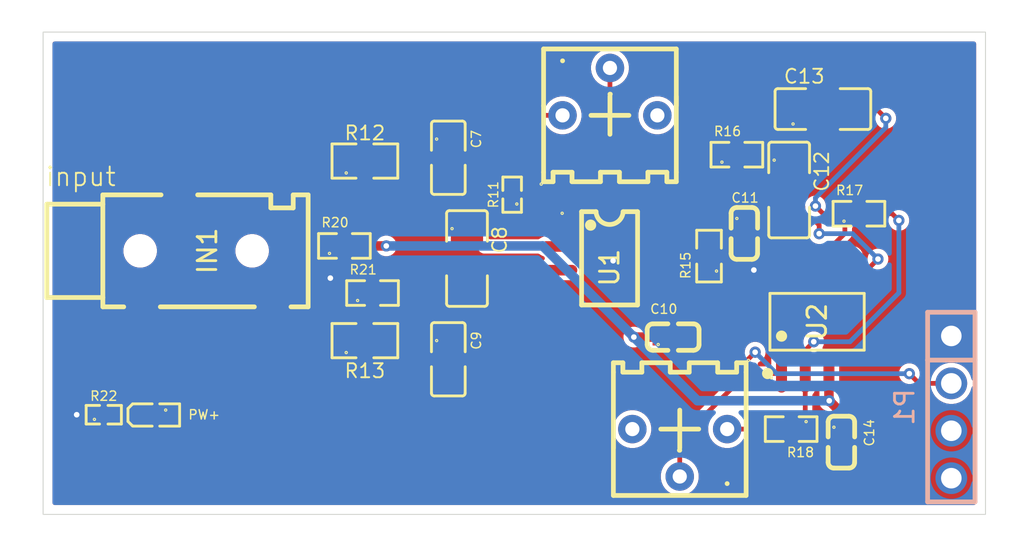
<source format=kicad_pcb>
(kicad_pcb (version 20241229) (generator "pcbnew") (generator_version "9.0")
  (layers (0 "F.Cu" signal) (2 "B.Cu" signal) (13 "F.Paste" user) (15 "B.Paste" user) (5 "F.SilkS" user "F.Silkscreen") (7 "B.SilkS" user "B.Silkscreen") (1 "F.Mask" user) (3 "B.Mask" user) (25 "Edge.Cuts" user))
  (net 0 "")
  (net 1 "Net-(IN1-Pad3)")
  (net 2 "Net-(IN1-Pad2)")
  (net 3 "gnd")
  (net 4 "Net-(U1--IN)")
  (net 5 "Net-(U1-+IN)")
  (net 6 "Net-(U2A-IN2+)")
  (net 7 "Net-(U2A-IN2-)")
  (net 8 "Net-(U2B-OUT1)")
  (net 9 "Net-(U1--RG)")
  (net 10 "v+")
  (net 11 "Net-(U1-+RG)")
  (net 12 "Net-(U1-OUTPUT)")
  (net 13 "Net-(U2B-IN1-)")
  (net 14 "Net-(R11-Pad2)")
  (net 16 "Net-(C13-Pad1)")
  (net 17 "Net-(R18-Pad2)")
  (net 19 "vcc{slash}2")
  (net 20 "Net-(D1-A)")
  (footprint "footprints_jlc:R0603" (layer "F.Cu") (at 37.603268 31.42639)
    (property "Reference" "R20" (at -0.5 -1.25 0) (layer "F.SilkS") (effects (font (size 0.5 0.5) (thickness 0.075))))
    (property "Value" "10k")
    (fp_line (start -1.38509 -0.660605) (end -0.426213 -0.660605) (stroke (width 0.1524)) (layer "F.SilkS"))
    (fp_line (start -1.38509 0.660605) (end -1.38509 -0.660605) (stroke (width 0.1524)) (layer "F.SilkS"))
    (fp_line (start -0.426213 0.660605) (end -1.38509 0.660605) (stroke (width 0.1524)) (layer "F.SilkS"))
    (fp_line (start 0.426213 0.660605) (end 1.38509 0.660605) (stroke (width 0.1524)) (layer "F.SilkS"))
    (fp_line (start 1.38509 -0.660605) (end 0.426213 -0.660605) (stroke (width 0.1524)) (layer "F.SilkS"))
    (fp_line (start 1.38509 0.660605) (end 1.38509 -0.660605) (stroke (width 0.1524)) (layer "F.SilkS"))
    (fp_circle (center -0.800102 0.400051) (end -0.77013 0.400051) (stroke (width 0.059995)) (fill no) (layer "F.SilkS"))
    (pad "1" smd rect (at -0.753366 0) (size 0.806477 0.864008) (layers "F.Cu" "F.Mask" "F.Paste") (net 10 "v+"))
    (pad "2" smd rect (at 0.753366 0) (size 0.806477 0.864008) (layers "F.Cu" "F.Mask" "F.Paste") (net 19 "vcc{slash}2"))
  )
  (footprint "footprints_jlc:SOIC-8_L5.0-W4.0-P1.27-LS6.0-BL" (layer "F.Cu") (at 51.81 32.09 -90)
    (property "Reference" "U1" (at 0.5 0 90) (layer "F.SilkS"))
    (property "Value" "AD623ARZ-R7")
    (fp_line (start -2.5 1.5) (end 2.5 1.5) (stroke (width 0.254001)) (layer "F.SilkS"))
    (fp_line (start -2.5 1.5) (end -2.5 0.726568) (stroke (width 0.254001)) (layer "F.SilkS"))
    (fp_line (start -2.5 -1.5) (end -2.5 -0.726289) (stroke (width 0.254001)) (layer "F.SilkS"))
    (fp_line (start -2.5 -1.5) (end 2.5 -1.5) (stroke (width 0.254001)) (layer "F.SilkS"))
    (fp_line (start 2.5 -1.5) (end 2.5 1.5) (stroke (width 0.254001)) (layer "F.SilkS"))
    (fp_arc (start -2.495098 -0.726289) (mid -1.812145 0.002452) (end -2.499999 0.726568) (stroke (width 0.254001)) (layer "F.SilkS"))
    (fp_circle (center -2.413005 2.540005) (end -2.383033 2.540005) (stroke (width 0.059995)) (fill no) (layer "F.SilkS"))
    (fp_circle (center -1.778004 1.016002) (end -1.627889 1.016002) (stroke (width 0.3)) (fill no) (layer "F.SilkS"))
    (pad "1" smd oval (at -1.905004 2.705105 270) (size 0.568402 1.950216) (layers "F.Cu" "F.Mask" "F.Paste") (net 9 "Net-(U1--RG)"))
    (pad "2" smd oval (at -0.635001 2.705105 270) (size 0.568402 1.950216) (layers "F.Cu" "F.Mask" "F.Paste") (net 4 "Net-(U1--IN)"))
    (pad "3" smd oval (at 0.635001 2.705105 270) (size 0.568402 1.950216) (layers "F.Cu" "F.Mask" "F.Paste") (net 5 "Net-(U1-+IN)"))
    (pad "4" smd oval (at 1.905004 2.705105 270) (size 0.568402 1.950216) (layers "F.Cu" "F.Mask" "F.Paste") (net 3 "gnd"))
    (pad "5" smd oval (at 1.905004 -2.705105 270) (size 0.568402 1.950216) (layers "F.Cu" "F.Mask" "F.Paste") (net 19 "vcc{slash}2"))
    (pad "6" smd oval (at 0.635001 -2.705105 270) (size 0.568402 1.950216) (layers "F.Cu" "F.Mask" "F.Paste") (net 12 "Net-(U1-OUTPUT)"))
    (pad "7" smd oval (at -0.635001 -2.705105 270) (size 0.568402 1.950216) (layers "F.Cu" "F.Mask" "F.Paste") (net 10 "v+"))
    (pad "8" smd oval (at -1.905004 -2.705105 270) (size 0.568402 1.950216) (layers "F.Cu" "F.Mask" "F.Paste") (net 11 "Net-(U1-+RG)"))
  )
  (footprint "footprints_jlc:C1206" (layer "F.Cu") (at 44.17 32.099998 -90)
    (property "Reference" "C8" (at -1 -1.75 90) (layer "F.SilkS") (effects (font (size 0.75 0.75) (thickness 0.1))))
    (property "Value" "47n")
    (fp_line (start -0.926213 1.092609) (end -2.411201 1.092609) (stroke (width 0.1524)) (layer "F.SilkS"))
    (fp_line (start 0.926213 1.092609) (end 2.411201 1.092609) (stroke (width 0.1524)) (layer "F.SilkS"))
    (fp_line (start -2.563602 0.940208) (end -2.563602 -0.940208) (stroke (width 0.1524)) (layer "F.SilkS"))
    (fp_line (start 2.563602 0.940208) (end 2.563602 -0.940208) (stroke (width 0.1524)) (layer "F.SilkS"))
    (fp_line (start -2.411201 -1.092609) (end -0.926213 -1.092609) (stroke (width 0.1524)) (layer "F.SilkS"))
    (fp_line (start 2.411201 -1.092609) (end 0.926213 -1.092609) (stroke (width 0.1524)) (layer "F.SilkS"))
    (fp_arc (start -2.411201 1.092609) (mid -2.518965 1.047972) (end -2.563602 0.940208) (stroke (width 0.1524)) (layer "F.SilkS"))
    (fp_arc (start 2.563602 0.940208) (mid 2.518965 1.047972) (end 2.411201 1.092609) (stroke (width 0.1524)) (layer "F.SilkS"))
    (fp_arc (start -2.563602 -0.940208) (mid -2.518965 -1.047972) (end -2.411201 -1.092609) (stroke (width 0.1524)) (layer "F.SilkS"))
    (fp_arc (start 2.411201 -1.092609) (mid 2.518965 -1.047972) (end 2.563602 -0.940208) (stroke (width 0.1524)) (layer "F.SilkS"))
    (fp_circle (center -1.599949 0.800102) (end -1.569977 0.800102) (stroke (width 0.059995)) (fill no) (layer "F.SilkS"))
    (pad "1" smd rect (at -1.592583 0 270) (size 1.485014 1.727991) (layers "F.Cu" "F.Mask" "F.Paste") (net 4 "Net-(U1--IN)"))
    (pad "2" smd rect (at 1.592583 0 270) (size 1.485014 1.727991) (layers "F.Cu" "F.Mask" "F.Paste") (net 5 "Net-(U1-+IN)"))
  )
  (footprint "footprints_jlc:C0603" (layer "F.Cu") (at 55.21513 36.31)
    (property "Reference" "C10" (at -0.5 -1.5 0) (layer "F.SilkS") (effects (font (size 0.5 0.5) (thickness 0.075))))
    (property "Value" "10u")
    (fp_line (start -1.389916 0.399746) (end -1.389916 -0.400305) (stroke (width 0.254001)) (layer "F.SilkS"))
    (fp_line (start -0.280188 -0.710109) (end -1.080163 -0.710109) (stroke (width 0.254001)) (layer "F.SilkS"))
    (fp_line (start -0.280188 0.709576) (end -1.080163 0.709576) (stroke (width 0.254001)) (layer "F.SilkS"))
    (fp_line (start 0.280264 -0.709627) (end 1.080239 -0.709627) (stroke (width 0.254001)) (layer "F.SilkS"))
    (fp_line (start 0.280264 0.710033) (end 1.080239 0.710033) (stroke (width 0.254001)) (layer "F.SilkS"))
    (fp_line (start 1.390018 -0.399771) (end 1.390018 0.400254) (stroke (width 0.254001)) (layer "F.SilkS"))
    (fp_arc (start -1.389916 -0.400229) (mid -1.299195 -0.619335) (end -1.080111 -0.710109) (stroke (width 0.254001)) (layer "F.SilkS"))
    (fp_arc (start -1.080112 0.709576) (mid -1.299178 0.618819) (end -1.389916 0.399745) (stroke (width 0.254001)) (layer "F.SilkS"))
    (fp_arc (start 1.080188 -0.709627) (mid 1.29928 -0.618871) (end 1.390018 -0.399772) (stroke (width 0.254001)) (layer "F.SilkS"))
    (fp_arc (start 1.390018 0.400203) (mid 1.299271 0.619286) (end 1.080188 0.710033) (stroke (width 0.254001)) (layer "F.SilkS"))
    (fp_circle (center -0.800102 0.400051) (end -0.77013 0.400051) (stroke (width 0.059995)) (fill no) (layer "F.SilkS"))
    (pad "1" smd rect (at -0.700025 0) (size 0.8 0.9) (layers "F.Cu" "F.Mask" "F.Paste") (net 19 "vcc{slash}2"))
    (pad "2" smd rect (at 0.700025 0) (size 0.8 0.9) (layers "F.Cu" "F.Mask" "F.Paste") (net 3 "gnd"))
  )
  (footprint "footprints_jlc:C0805" (layer "F.Cu") (at 43.17 26.701482 -90)
    (property "Reference" "C7" (at -1 -1.5 90) (layer "F.SilkS") (effects (font (size 0.5 0.5) (thickness 0.075))))
    (property "Value" "1n")
    (fp_line (start -0.401194 0.903607) (end -1.811201 0.903607) (stroke (width 0.1524)) (layer "F.SilkS"))
    (fp_line (start 0.401194 0.903607) (end 1.811201 0.903607) (stroke (width 0.1524)) (layer "F.SilkS"))
    (fp_line (start -1.963602 0.751207) (end -1.963602 -0.751207) (stroke (width 0.1524)) (layer "F.SilkS"))
    (fp_line (start 1.963602 0.751207) (end 1.963602 -0.751207) (stroke (width 0.1524)) (layer "F.SilkS"))
    (fp_line (start -1.811201 -0.903607) (end -0.401194 -0.903607) (stroke (width 0.1524)) (layer "F.SilkS"))
    (fp_line (start 1.811201 -0.903607) (end 0.401194 -0.903607) (stroke (width 0.1524)) (layer "F.SilkS"))
    (fp_arc (start -1.811201 0.903607) (mid -1.918964 0.85897) (end -1.963601 0.751207) (stroke (width 0.1524)) (layer "F.SilkS"))
    (fp_arc (start 1.963602 0.751207) (mid 1.918965 0.858971) (end 1.811201 0.903608) (stroke (width 0.1524)) (layer "F.SilkS"))
    (fp_arc (start -1.963602 -0.751207) (mid -1.918965 -0.858971) (end -1.811201 -0.903608) (stroke (width 0.1524)) (layer "F.SilkS"))
    (fp_arc (start 1.811201 -0.903607) (mid 1.918964 -0.85897) (end 1.963601 -0.751207) (stroke (width 0.1524)) (layer "F.SilkS"))
    (fp_circle (center -1 0.625095) (end -0.970028 0.625095) (stroke (width 0.059995)) (fill no) (layer "F.SilkS"))
    (pad "1" smd rect (at -1 0 270) (size 1.410008 1.350013) (layers "F.Cu" "F.Mask" "F.Paste") (net 3 "gnd"))
    (pad "2" smd rect (at 1 0 270) (size 1.410008 1.350013) (layers "F.Cu" "F.Mask" "F.Paste") (net 4 "Net-(U1--IN)"))
  )
  (footprint "footprints_jlc:AUDIO-SMD_PJ-320B" (layer "F.Cu") (at 30.26 31.69 90)
    (property "Reference" "IN1" (at 0 0 90) (layer "F.SilkS"))
    (property "Value" "AUDIO-SMD_PJ-320B")
    (fp_line (start -2.5 -8.600076) (end 2.5 -8.600076) (stroke (width 0.254001)) (layer "F.SilkS"))
    (fp_line (start 3 -5.600076) (end 3 -2.481204) (stroke (width 0.254001)) (layer "F.SilkS"))
    (fp_line (start 2.5 -5.600076) (end 2.5 -8.600076) (stroke (width 0.254001)) (layer "F.SilkS"))
    (fp_line (start -2.5 -5.600076) (end -2.5 -8.600076) (stroke (width 0.254001)) (layer "F.SilkS"))
    (fp_line (start -3 -5.600076) (end 3 -5.600076) (stroke (width 0.254001)) (layer "F.SilkS"))
    (fp_line (start -3 -5.600076) (end -3 -4.481204) (stroke (width 0.254001)) (layer "F.SilkS"))
    (fp_line (start -3 -2.518923) (end -3 2.518796) (stroke (width 0.254001)) (layer "F.SilkS"))
    (fp_line (start 3 -0.518923) (end 3 3.399162) (stroke (width 0.254001)) (layer "F.SilkS"))
    (fp_line (start 2.999746 3.399162) (end 2.301245 3.399162) (stroke (width 0.254001)) (layer "F.SilkS"))
    (fp_line (start 2.301245 3.399162) (end 2.301245 4.600584) (stroke (width 0.254001)) (layer "F.SilkS"))
    (fp_line (start -3 4.481077) (end -3 5.399924) (stroke (width 0.254001)) (layer "F.SilkS"))
    (fp_line (start 2.999746 4.600584) (end 2.999746 5.400686) (stroke (width 0.254001)) (layer "F.SilkS"))
    (fp_line (start 2.301245 4.600584) (end 2.999746 4.600584) (stroke (width 0.254001)) (layer "F.SilkS"))
    (fp_line (start 3 5.399898) (end -3 5.399924) (stroke (width 0.254001)) (layer "F.SilkS"))
    (pad "" np_thru_hole circle (at 0 -3.600076 90) (size 1.300025 1.300025) (drill 1.300025) (layers "*.Cu" "*.Mask"))
    (pad "" np_thru_hole circle (at 0 2.399924 90) (size 1.300025 1.300025) (drill 1.300025) (layers "*.Cu" "*.Mask"))
    (pad "1" smd rect (at -4 -3.5 90) (size 3 1.5) (layers "F.Cu" "F.Mask" "F.Paste") (net 3 "gnd"))
    (pad "2" smd rect (at 4 -1.5 90) (size 3 1.5) (layers "F.Cu" "F.Mask" "F.Paste") (net 2 "Net-(IN1-Pad2)"))
    (pad "3" smd rect (at -4 3.5 90) (size 3 1.5) (layers "F.Cu" "F.Mask" "F.Paste") (net 1 "Net-(IN1-Pad3)"))
  )
  (footprint "footprints_jlc:SOIC-8_L4.9-W3.9-P1.27-LS6.0-BL" (layer "F.Cu") (at 62.927579 35.49)
    (property "Reference" "U2" (at 0 0 90) (layer "F.SilkS"))
    (property "Value" "TLC2272AIDR")
    (fp_line (start -2.526213 -1.521412) (end 2.526213 -1.521412) (stroke (width 0.1524)) (layer "F.SilkS"))
    (fp_line (start -2.526213 1.521412) (end -2.526213 -1.521412) (stroke (width 0.1524)) (layer "F.SilkS"))
    (fp_line (start 2.526213 -1.521412) (end 2.526213 1.521412) (stroke (width 0.1524)) (layer "F.SilkS"))
    (fp_line (start 2.526213 1.521412) (end -2.526213 1.521412) (stroke (width 0.1524)) (layer "F.SilkS"))
    (fp_circle (center -2.651511 2.772416) (end -2.501397 2.772416) (stroke (width 0.3)) (fill no) (layer "F.SilkS"))
    (fp_circle (center -2.450089 3) (end -2.420117 3) (stroke (width 0.059995)) (fill no) (layer "F.SilkS"))
    (fp_circle (center -1.905004 0.769114) (end -1.75489 0.769114) (stroke (width 0.3)) (fill no) (layer "F.SilkS"))
    (pad "1" smd oval (at -1.905004 2.772416) (size 0.588011 2.045009) (layers "F.Cu" "F.Mask" "F.Paste") (net 8 "Net-(U2B-OUT1)"))
    (pad "2" smd oval (at -0.635001 2.772416) (size 0.588011 2.045009) (layers "F.Cu" "F.Mask" "F.Paste") (net 13 "Net-(U2B-IN1-)"))
    (pad "3" smd oval (at 0.635001 2.772416) (size 0.588011 2.045009) (layers "F.Cu" "F.Mask" "F.Paste") (net 19 "vcc{slash}2"))
    (pad "4" smd oval (at 1.905004 2.772416) (size 0.588011 2.045009) (layers "F.Cu" "F.Mask" "F.Paste") (net 3 "gnd"))
    (pad "5" smd oval (at 1.905004 -2.772416) (size 0.588011 2.045009) (layers "F.Cu" "F.Mask" "F.Paste") (net 6 "Net-(U2A-IN2+)"))
    (pad "6" smd oval (at 0.635001 -2.772416) (size 0.588011 2.045009) (layers "F.Cu" "F.Mask" "F.Paste") (net 7 "Net-(U2A-IN2-)"))
    (pad "7" smd oval (at -0.635001 -2.772416) (size 0.588011 2.045009) (layers "F.Cu" "F.Mask" "F.Paste") (net 7 "Net-(U2A-IN2-)"))
    (pad "8" smd oval (at -1.905004 -2.772416) (size 0.588011 2.045009) (layers "F.Cu" "F.Mask" "F.Paste") (net 10 "v+"))
  )
  (footprint "footprints_jlc:R0805" (layer "F.Cu") (at 38.700336 36.501494)
    (property "Reference" "R13" (at 0 1.618506 0) (layer "F.SilkS") (effects (font (size 0.75 0.75) (thickness 0.1))))
    (property "Value" "4.02k")
    (fp_line (start -1.761138 -0.917094) (end -0.4762 -0.917094) (stroke (width 0.1524)) (layer "F.SilkS"))
    (fp_line (start -1.761138 0.917094) (end -1.761138 -0.917094) (stroke (width 0.1524)) (layer "F.SilkS"))
    (fp_line (start -0.4762 0.917094) (end -1.761138 0.917094) (stroke (width 0.1524)) (layer "F.SilkS"))
    (fp_line (start 0.4762 0.917094) (end 1.761138 0.917094) (stroke (width 0.1524)) (layer "F.SilkS"))
    (fp_line (start 1.761138 -0.917094) (end 0.4762 -0.917094) (stroke (width 0.1524)) (layer "F.SilkS"))
    (fp_line (start 1.761138 0.917094) (end 1.761138 -0.917094) (stroke (width 0.1524)) (layer "F.SilkS"))
    (fp_circle (center -1 0.637541) (end -0.970028 0.637541) (stroke (width 0.059995)) (fill no) (layer "F.SilkS"))
    (pad "1" smd rect (at -1 0) (size 1.132537 1.377013) (layers "F.Cu" "F.Mask" "F.Paste") (net 1 "Net-(IN1-Pad3)"))
    (pad "2" smd rect (at 1 0) (size 1.132537 1.377013) (layers "F.Cu" "F.Mask" "F.Paste") (net 5 "Net-(U1-+IN)"))
  )
  (footprint "footprints_jlc:C0805" (layer "F.Cu") (at 43.17 37.498518 -90)
    (property "Reference" "C9" (at -1 -1.5 90) (layer "F.SilkS") (effects (font (size 0.5 0.5) (thickness 0.075))))
    (property "Value" "1n")
    (fp_line (start -0.401194 0.903607) (end -1.811201 0.903607) (stroke (width 0.1524)) (layer "F.SilkS"))
    (fp_line (start 0.401194 0.903607) (end 1.811201 0.903607) (stroke (width 0.1524)) (layer "F.SilkS"))
    (fp_line (start -1.963602 0.751207) (end -1.963602 -0.751207) (stroke (width 0.1524)) (layer "F.SilkS"))
    (fp_line (start 1.963602 0.751207) (end 1.963602 -0.751207) (stroke (width 0.1524)) (layer "F.SilkS"))
    (fp_line (start -1.811201 -0.903607) (end -0.401194 -0.903607) (stroke (width 0.1524)) (layer "F.SilkS"))
    (fp_line (start 1.811201 -0.903607) (end 0.401194 -0.903607) (stroke (width 0.1524)) (layer "F.SilkS"))
    (fp_arc (start -1.811201 0.903607) (mid -1.918964 0.85897) (end -1.963601 0.751207) (stroke (width 0.1524)) (layer "F.SilkS"))
    (fp_arc (start 1.963602 0.751207) (mid 1.918965 0.858971) (end 1.811201 0.903608) (stroke (width 0.1524)) (layer "F.SilkS"))
    (fp_arc (start -1.963602 -0.751207) (mid -1.918965 -0.858971) (end -1.811201 -0.903608) (stroke (width 0.1524)) (layer "F.SilkS"))
    (fp_arc (start 1.811201 -0.903607) (mid 1.918964 -0.85897) (end 1.963601 -0.751207) (stroke (width 0.1524)) (layer "F.SilkS"))
    (fp_circle (center -1 0.625095) (end -0.970028 0.625095) (stroke (width 0.059995)) (fill no) (layer "F.SilkS"))
    (pad "1" smd rect (at -1 0 270) (size 1.410008 1.350013) (layers "F.Cu" "F.Mask" "F.Paste") (net 5 "Net-(U1-+IN)"))
    (pad "2" smd rect (at 1 0 270) (size 1.410008 1.350013) (layers "F.Cu" "F.Mask" "F.Paste") (net 3 "gnd"))
  )
  (footprint "footprints_jlc:R0603" (layer "F.Cu") (at 57.138871 31.971635 90)
    (property "Reference" "R15" (at -0.5 -1.25 90) (layer "F.SilkS") (effects (font (size 0.5 0.5) (thickness 0.075))))
    (property "Value" "10k")
    (fp_line (start 1.38509 -0.660605) (end 0.426213 -0.660605) (stroke (width 0.1524)) (layer "F.SilkS"))
    (fp_line (start -1.38509 -0.660605) (end -0.426213 -0.660605) (stroke (width 0.1524)) (layer "F.SilkS"))
    (fp_line (start 1.38509 0.660605) (end 1.38509 -0.660605) (stroke (width 0.1524)) (layer "F.SilkS"))
    (fp_line (start 0.426213 0.660605) (end 1.38509 0.660605) (stroke (width 0.1524)) (layer "F.SilkS"))
    (fp_line (start -0.426213 0.660605) (end -1.38509 0.660605) (stroke (width 0.1524)) (layer "F.SilkS"))
    (fp_line (start -1.38509 0.660605) (end -1.38509 -0.660605) (stroke (width 0.1524)) (layer "F.SilkS"))
    (fp_circle (center -0.800102 0.400051) (end -0.77013 0.400051) (stroke (width 0.059995)) (fill no) (layer "F.SilkS"))
    (pad "1" smd rect (at -0.753366 0 90) (size 0.806477 0.864008) (layers "F.Cu" "F.Mask" "F.Paste") (net 12 "Net-(U1-OUTPUT)"))
    (pad "2" smd rect (at 0.753366 0 90) (size 0.806477 0.864008) (layers "F.Cu" "F.Mask" "F.Paste") (net 16 "Net-(C13-Pad1)"))
  )
  (footprint "footprints_jlc:R0805" (layer "F.Cu") (at 38.700336 26.878506)
    (property "Reference" "R12" (at 0 -1.5 0) (layer "F.SilkS") (effects (font (size 0.75 0.75) (thickness 0.1))))
    (property "Value" "4.02k")
    (fp_line (start -1.761138 -0.917094) (end -0.4762 -0.917094) (stroke (width 0.1524)) (layer "F.SilkS"))
    (fp_line (start -1.761138 0.917094) (end -1.761138 -0.917094) (stroke (width 0.1524)) (layer "F.SilkS"))
    (fp_line (start -0.4762 0.917094) (end -1.761138 0.917094) (stroke (width 0.1524)) (layer "F.SilkS"))
    (fp_line (start 0.4762 0.917094) (end 1.761138 0.917094) (stroke (width 0.1524)) (layer "F.SilkS"))
    (fp_line (start 1.761138 -0.917094) (end 0.4762 -0.917094) (stroke (width 0.1524)) (layer "F.SilkS"))
    (fp_line (start 1.761138 0.917094) (end 1.761138 -0.917094) (stroke (width 0.1524)) (layer "F.SilkS"))
    (fp_circle (center -1 0.637541) (end -0.970028 0.637541) (stroke (width 0.059995)) (fill no) (layer "F.SilkS"))
    (pad "1" smd rect (at -1 0) (size 1.132537 1.377013) (layers "F.Cu" "F.Mask" "F.Paste") (net 2 "Net-(IN1-Pad2)"))
    (pad "2" smd rect (at 1 0) (size 1.132537 1.377013) (layers "F.Cu" "F.Mask" "F.Paste") (net 4 "Net-(U1--IN)"))
  )
  (footprint "footprints_jlc:C1206" (layer "F.Cu") (at 63.24 24.092418)
    (property "Reference" "C13" (at -1 -1.75 0) (layer "F.SilkS") (effects (font (size 0.75 0.75) (thickness 0.1))))
    (property "Value" "20n")
    (fp_line (start -2.563602 0.940208) (end -2.563602 -0.940208) (stroke (width 0.1524)) (layer "F.SilkS"))
    (fp_line (start -2.411201 -1.092609) (end -0.926213 -1.092609) (stroke (width 0.1524)) (layer "F.SilkS"))
    (fp_line (start -0.926213 1.092609) (end -2.411201 1.092609) (stroke (width 0.1524)) (layer "F.SilkS"))
    (fp_line (start 0.926213 1.092609) (end 2.411201 1.092609) (stroke (width 0.1524)) (layer "F.SilkS"))
    (fp_line (start 2.411201 -1.092609) (end 0.926213 -1.092609) (stroke (width 0.1524)) (layer "F.SilkS"))
    (fp_line (start 2.563602 0.940208) (end 2.563602 -0.940208) (stroke (width 0.1524)) (layer "F.SilkS"))
    (fp_arc (start -2.563602 -0.940208) (mid -2.518965 -1.047972) (end -2.411201 -1.092609) (stroke (width 0.1524)) (layer "F.SilkS"))
    (fp_arc (start -2.411201 1.092609) (mid -2.518965 1.047972) (end -2.563602 0.940208) (stroke (width 0.1524)) (layer "F.SilkS"))
    (fp_arc (start 2.411201 -1.092609) (mid 2.518965 -1.047972) (end 2.563602 -0.940208) (stroke (width 0.1524)) (layer "F.SilkS"))
    (fp_arc (start 2.563602 0.940208) (mid 2.518965 1.047972) (end 2.411201 1.092609) (stroke (width 0.1524)) (layer "F.SilkS"))
    (fp_circle (center -1.599949 0.800102) (end -1.569977 0.800102) (stroke (width 0.059995)) (fill no) (layer "F.SilkS"))
    (pad "1" smd rect (at -1.592583 0) (size 1.485014 1.727991) (layers "F.Cu" "F.Mask" "F.Paste") (net 16 "Net-(C13-Pad1)"))
    (pad "2" smd rect (at 1.592583 0) (size 1.485014 1.727991) (layers "F.Cu" "F.Mask" "F.Paste") (net 7 "Net-(U2A-IN2-)"))
  )
  (footprint "footprints_jlc:R0402" (layer "F.Cu") (at 24.71 40.47)
    (property "Reference" "R22" (at 0 -1 0) (layer "F.SilkS") (effects (font (size 0.5 0.5) (thickness 0.075))))
    (property "Value" "330R")
    (fp_line (start -0.944247 -0.498603) (end -0.226213 -0.498603) (stroke (width 0.1524)) (layer "F.SilkS"))
    (fp_line (start -0.944247 0.498603) (end -0.944247 -0.498603) (stroke (width 0.1524)) (layer "F.SilkS"))
    (fp_line (start -0.226213 0.498603) (end -0.944247 0.498603) (stroke (width 0.1524)) (layer "F.SilkS"))
    (fp_line (start 0.226213 0.498603) (end 0.944247 0.498603) (stroke (width 0.1524)) (layer "F.SilkS"))
    (fp_line (start 0.944247 -0.498603) (end 0.226213 -0.498603) (stroke (width 0.1524)) (layer "F.SilkS"))
    (fp_line (start 0.944247 0.498603) (end 0.944247 -0.498603) (stroke (width 0.1524)) (layer "F.SilkS"))
    (fp_circle (center -0.499873 0.249936) (end -0.469901 0.249936) (stroke (width 0.059995)) (fill no) (layer "F.SilkS"))
    (pad "1" smd rect (at -0.432817 0) (size 0.565659 0.540005) (layers "F.Cu" "F.Mask" "F.Paste") (net 10 "v+"))
    (pad "2" smd rect (at 0.432817 0) (size 0.565659 0.540005) (layers "F.Cu" "F.Mask" "F.Paste") (net 20 "Net-(D1-A)"))
  )
  (footprint "footprints_jlc:R0603" (layer "F.Cu") (at 58.63 26.537417)
    (property "Reference" "R16" (at -0.5 -1.25 0) (layer "F.SilkS") (effects (font (size 0.5 0.5) (thickness 0.075))))
    (property "Value" "10k")
    (fp_line (start -1.38509 -0.660605) (end -0.426213 -0.660605) (stroke (width 0.1524)) (layer "F.SilkS"))
    (fp_line (start -1.38509 0.660605) (end -1.38509 -0.660605) (stroke (width 0.1524)) (layer "F.SilkS"))
    (fp_line (start -0.426213 0.660605) (end -1.38509 0.660605) (stroke (width 0.1524)) (layer "F.SilkS"))
    (fp_line (start 0.426213 0.660605) (end 1.38509 0.660605) (stroke (width 0.1524)) (layer "F.SilkS"))
    (fp_line (start 1.38509 -0.660605) (end 0.426213 -0.660605) (stroke (width 0.1524)) (layer "F.SilkS"))
    (fp_line (start 1.38509 0.660605) (end 1.38509 -0.660605) (stroke (width 0.1524)) (layer "F.SilkS"))
    (fp_circle (center -0.800102 0.400051) (end -0.77013 0.400051) (stroke (width 0.059995)) (fill no) (layer "F.SilkS"))
    (pad "1" smd rect (at -0.753366 0) (size 0.806477 0.864008) (layers "F.Cu" "F.Mask" "F.Paste") (net 16 "Net-(C13-Pad1)"))
    (pad "2" smd rect (at 0.753366 0) (size 0.806477 0.864008) (layers "F.Cu" "F.Mask" "F.Paste") (net 6 "Net-(U2A-IN2+)"))
  )
  (footprint "footprints_jlc:LED0402-R-RD_RED" (layer "F.Cu") (at 27.516937 40.47)
    (property "Reference" "D1" (hide yes))
    (property "Value" "PW+" (at 2.573063 0 0) (layer "F.SilkS") (effects (font (size 0.5 0.5) (thickness 0.075))))
    (fp_line (start -1.511303 -0.328931) (end -1.257303 -0.582931) (stroke (width 0.1524)) (layer "F.SilkS"))
    (fp_line (start -1.511303 0.356871) (end -1.511303 -0.328931) (stroke (width 0.1524)) (layer "F.SilkS"))
    (fp_line (start -1.270003 0.598171) (end -1.511303 0.356871) (stroke (width 0.1524)) (layer "F.SilkS"))
    (fp_line (start -1.257303 -0.582931) (end -0.2159 -0.582931) (stroke (width 0.1524)) (layer "F.SilkS"))
    (fp_line (start -1.231902 0.610871) (end -1.270003 0.598171) (stroke (width 0.1524)) (layer "F.SilkS"))
    (fp_line (start -1.231902 0.610871) (end -0.2159 0.610871) (stroke (width 0.1524)) (layer "F.SilkS"))
    (fp_line (start 0.1905 0.610871) (end 1.257303 0.610871) (stroke (width 0.14986)) (layer "F.SilkS"))
    (fp_line (start 1.257303 -0.582931) (end 0.1905 -0.582931) (stroke (width 0.14986)) (layer "F.SilkS"))
    (fp_line (start 1.257303 0.610871) (end 1.257303 -0.582931) (stroke (width 0.14986)) (layer "F.SilkS"))
    (fp_circle (center 0.510033 -0.249936) (end 0.540005 -0.249936) (stroke (width 0.059995)) (fill no) (layer "F.SilkS"))
    (pad "1" smd rect (at 0.623063 0) (size 0.750013 0.6) (layers "F.Cu" "F.Mask" "F.Paste") (net 3 "gnd"))
    (pad "2" smd rect (at -0.623063 0) (size 0.750013 0.6) (layers "F.Cu" "F.Mask" "F.Paste") (net 20 "Net-(D1-A)"))
  )
  (footprint "footprints_jlc:R0603" (layer "F.Cu") (at 61.539212 41.239997 180)
    (property "Reference" "R18" (at -0.5 -1.25 0) (layer "F.SilkS") (effects (font (size 0.5 0.5) (thickness 0.075))))
    (property "Value" "100R")
    (fp_line (start 1.38509 0.660605) (end 1.38509 -0.660605) (stroke (width 0.1524)) (layer "F.SilkS"))
    (fp_line (start 1.38509 -0.660605) (end 0.426213 -0.660605) (stroke (width 0.1524)) (layer "F.SilkS"))
    (fp_line (start 0.426213 0.660605) (end 1.38509 0.660605) (stroke (width 0.1524)) (layer "F.SilkS"))
    (fp_line (start -0.426213 0.660605) (end -1.38509 0.660605) (stroke (width 0.1524)) (layer "F.SilkS"))
    (fp_line (start -1.38509 0.660605) (end -1.38509 -0.660605) (stroke (width 0.1524)) (layer "F.SilkS"))
    (fp_line (start -1.38509 -0.660605) (end -0.426213 -0.660605) (stroke (width 0.1524)) (layer "F.SilkS"))
    (fp_circle (center -0.800102 0.400051) (end -0.77013 0.400051) (stroke (width 0.059995)) (fill no) (layer "F.SilkS"))
    (pad "1" smd rect (at -0.753366 0 180) (size 0.806477 0.864008) (layers "F.Cu" "F.Mask" "F.Paste") (net 13 "Net-(U2B-IN1-)"))
    (pad "2" smd rect (at 0.753366 0 180) (size 0.806477 0.864008) (layers "F.Cu" "F.Mask" "F.Paste") (net 17 "Net-(R18-Pad2)"))
  )
  (footprint "footprints_jlc:RES-ADJ-TH_3362P" (layer "F.Cu") (at 55.570003 42.51 180)
    (property "Reference" "R19" (hide yes))
    (property "Value" "3362P-1-203LF" (hide yes))
    (fp_line (start 3.556007 4.82601) (end 3.048006 4.82601) (stroke (width 0.254001)) (layer "F.SilkS"))
    (fp_line (start 3.556007 4.318009) (end 3.556007 4.82601) (stroke (width 0.254001)) (layer "F.SilkS"))
    (fp_line (start 3.556007 0.254001) (end 3.556007 4.318009) (stroke (width 0.254001)) (layer "F.SilkS"))
    (fp_line (start 3.556007 -2.286005) (end 3.556007 0.762002) (stroke (width 0.254001)) (layer "F.SilkS"))
    (fp_line (start 3.048006 4.82601) (end 3.048006 4.318009) (stroke (width 0.254001)) (layer "F.SilkS"))
    (fp_line (start 3.048006 4.318009) (end 2.032004 4.318009) (stroke (width 0.254001)) (layer "F.SilkS"))
    (fp_line (start 2.032004 4.82601) (end 0.508001 4.82601) (stroke (width 0.254001)) (layer "F.SilkS"))
    (fp_line (start 2.032004 4.318009) (end 2.032004 4.82601) (stroke (width 0.254001)) (layer "F.SilkS"))
    (fp_line (start 1.016002 1.270003) (end -1.016002 1.270003) (stroke (width 0.254001)) (layer "F.SilkS"))
    (fp_line (start 0.508001 4.82601) (end 0.508001 4.318009) (stroke (width 0.254001)) (layer "F.SilkS"))
    (fp_line (start 0.508001 4.318009) (end -0.508001 4.318009) (stroke (width 0.254001)) (layer "F.SilkS"))
    (fp_line (start 0 2.286005) (end 0 0.254001) (stroke (width 0.254001)) (layer "F.SilkS"))
    (fp_line (start -0.508001 4.82601) (end -2.032004 4.82601) (stroke (width 0.254001)) (layer "F.SilkS"))
    (fp_line (start -0.508001 4.318009) (end -0.508001 4.82601) (stroke (width 0.254001)) (layer "F.SilkS"))
    (fp_line (start -2.032004 4.82601) (end -2.032004 4.318009) (stroke (width 0.254001)) (layer "F.SilkS"))
    (fp_line (start -2.032004 4.318009) (end -3.048006 4.318009) (stroke (width 0.254001)) (layer "F.SilkS"))
    (fp_line (start -3.048006 4.82601) (end -3.556007 4.82601) (stroke (width 0.254001)) (layer "F.SilkS"))
    (fp_line (start -3.048006 4.318009) (end -3.048006 4.82601) (stroke (width 0.254001)) (layer "F.SilkS"))
    (fp_line (start -3.556007 4.82601) (end -3.556007 4.318009) (stroke (width 0.254001)) (layer "F.SilkS"))
    (fp_line (start -3.556007 4.318009) (end -3.556007 0.762002) (stroke (width 0.254001)) (layer "F.SilkS"))
    (fp_line (start -3.556007 0.762002) (end -3.556007 -2.286005) (stroke (width 0.254001)) (layer "F.SilkS"))
    (fp_line (start -3.556007 -2.286005) (end 3.556007 -2.286005) (stroke (width 0.254001)) (layer "F.SilkS"))
    (fp_arc (start 0 0.13462) (mid 0.01016 0.134575) (end 0.02032 0.13462) (stroke (width 0.254001)) (layer "F.SilkS"))
    (fp_arc (start -2.540005 -1.651003) (mid -2.538735 -1.651014) (end -2.537465 -1.651003) (stroke (width 0.254001)) (layer "F.SilkS"))
    (fp_circle (center -3.683007 4.95301) (end -3.65301 4.95301) (stroke (width 0.059995)) (fill no) (layer "F.SilkS"))
    (pad "1" thru_hole circle (at -2.540005 1.270003 180) (size 1.524003 1.524003) (drill 0.762002) (layers "*.Cu" "*.Mask") (net 17 "Net-(R18-Pad2)"))
    (pad "2" thru_hole circle (at 0 -1.270003 180) (size 1.524003 1.524003) (drill 0.762002) (layers "*.Cu" "*.Mask") (net 8 "Net-(U2B-OUT1)"))
    (pad "3" thru_hole circle (at 2.540005 1.270003 180) (size 1.524003 1.524003) (drill 0.762002) (layers "*.Cu" "*.Mask"))
  )
  (footprint "footprints_jlc:RES-ADJ-TH_3362P" (layer "F.Cu") (at 51.830021 23.16)
    (property "Reference" "R14" (hide yes))
    (property "Value" "3362P-1-203LF")
    (fp_line (start -3.556007 -2.286005) (end 3.556007 -2.286005) (stroke (width 0.254001)) (layer "F.SilkS"))
    (fp_line (start -3.556007 0.762002) (end -3.556007 -2.286005) (stroke (width 0.254001)) (layer "F.SilkS"))
    (fp_line (start -3.556007 4.318009) (end -3.556007 0.762002) (stroke (width 0.254001)) (layer "F.SilkS"))
    (fp_line (start -3.556007 4.82601) (end -3.556007 4.318009) (stroke (width 0.254001)) (layer "F.SilkS"))
    (fp_line (start -3.048006 4.318009) (end -3.048006 4.82601) (stroke (width 0.254001)) (layer "F.SilkS"))
    (fp_line (start -3.048006 4.82601) (end -3.556007 4.82601) (stroke (width 0.254001)) (layer "F.SilkS"))
    (fp_line (start -2.032004 4.318009) (end -3.048006 4.318009) (stroke (width 0.254001)) (layer "F.SilkS"))
    (fp_line (start -2.032004 4.82601) (end -2.032004 4.318009) (stroke (width 0.254001)) (layer "F.SilkS"))
    (fp_line (start -0.508001 4.318009) (end -0.508001 4.82601) (stroke (width 0.254001)) (layer "F.SilkS"))
    (fp_line (start -0.508001 4.82601) (end -2.032004 4.82601) (stroke (width 0.254001)) (layer "F.SilkS"))
    (fp_line (start 0 2.286005) (end 0 0.254001) (stroke (width 0.254001)) (layer "F.SilkS"))
    (fp_line (start 0.508001 4.318009) (end -0.508001 4.318009) (stroke (width 0.254001)) (layer "F.SilkS"))
    (fp_line (start 0.508001 4.82601) (end 0.508001 4.318009) (stroke (width 0.254001)) (layer "F.SilkS"))
    (fp_line (start 1.016002 1.270003) (end -1.016002 1.270003) (stroke (width 0.254001)) (layer "F.SilkS"))
    (fp_line (start 2.032004 4.318009) (end 2.032004 4.82601) (stroke (width 0.254001)) (layer "F.SilkS"))
    (fp_line (start 2.032004 4.82601) (end 0.508001 4.82601) (stroke (width 0.254001)) (layer "F.SilkS"))
    (fp_line (start 3.048006 4.318009) (end 2.032004 4.318009) (stroke (width 0.254001)) (layer "F.SilkS"))
    (fp_line (start 3.048006 4.82601) (end 3.048006 4.318009) (stroke (width 0.254001)) (layer "F.SilkS"))
    (fp_line (start 3.556007 -2.286005) (end 3.556007 0.762002) (stroke (width 0.254001)) (layer "F.SilkS"))
    (fp_line (start 3.556007 0.254001) (end 3.556007 4.318009) (stroke (width 0.254001)) (layer "F.SilkS"))
    (fp_line (start 3.556007 4.318009) (end 3.556007 4.82601) (stroke (width 0.254001)) (layer "F.SilkS"))
    (fp_line (start 3.556007 4.82601) (end 3.048006 4.82601) (stroke (width 0.254001)) (layer "F.SilkS"))
    (fp_arc (start -2.540005 -1.651003) (mid -2.538735 -1.651014) (end -2.537465 -1.651003) (stroke (width 0.254001)) (layer "F.SilkS"))
    (fp_arc (start 0 0.13462) (mid 0.01016 0.134575) (end 0.02032 0.13462) (stroke (width 0.254001)) (layer "F.SilkS"))
    (fp_circle (center -3.683007 4.95301) (end -3.65301 4.95301) (stroke (width 0.059995)) (fill no) (layer "F.SilkS"))
    (pad "1" thru_hole circle (at -2.540005 1.270003) (size 1.524003 1.524003) (drill 0.762002) (layers "*.Cu" "*.Mask") (net 14 "Net-(R11-Pad2)"))
    (pad "2" thru_hole circle (at 0 -1.270003) (size 1.524003 1.524003) (drill 0.762002) (layers "*.Cu" "*.Mask") (net 11 "Net-(U1-+RG)"))
    (pad "3" thru_hole circle (at 2.540005 1.270003) (size 1.524003 1.524003) (drill 0.762002) (layers "*.Cu" "*.Mask"))
  )
  (footprint "footprints_jlc:R0603" (layer "F.Cu") (at 65.17 29.7)
    (property "Reference" "R17" (at -0.5 -1.25 0) (layer "F.SilkS") (effects (font (size 0.5 0.5) (thickness 0.075))))
    (property "Value" "100R")
    (fp_line (start -1.38509 -0.660605) (end -0.426213 -0.660605) (stroke (width 0.1524)) (layer "F.SilkS"))
    (fp_line (start -1.38509 0.660605) (end -1.38509 -0.660605) (stroke (width 0.1524)) (layer "F.SilkS"))
    (fp_line (start -0.426213 0.660605) (end -1.38509 0.660605) (stroke (width 0.1524)) (layer "F.SilkS"))
    (fp_line (start 0.426213 0.660605) (end 1.38509 0.660605) (stroke (width 0.1524)) (layer "F.SilkS"))
    (fp_line (start 1.38509 -0.660605) (end 0.426213 -0.660605) (stroke (width 0.1524)) (layer "F.SilkS"))
    (fp_line (start 1.38509 0.660605) (end 1.38509 -0.660605) (stroke (width 0.1524)) (layer "F.SilkS"))
    (fp_circle (center -0.800102 0.400051) (end -0.77013 0.400051) (stroke (width 0.059995)) (fill no) (layer "F.SilkS"))
    (pad "1" smd rect (at -0.753366 0) (size 0.806477 0.864008) (layers "F.Cu" "F.Mask" "F.Paste") (net 7 "Net-(U2A-IN2-)"))
    (pad "2" smd rect (at 0.753366 0) (size 0.806477 0.864008) (layers "F.Cu" "F.Mask" "F.Paste") (net 13 "Net-(U2B-IN1-)"))
  )
  (footprint "footprints_jlc:R0402" (layer "F.Cu") (at 46.59 28.68 90)
    (property "Reference" "R11" (at 0 -1 90) (layer "F.SilkS") (effects (font (size 0.5 0.5) (thickness 0.075))))
    (property "Value" "5.23k")
    (fp_line (start 0.944247 -0.498603) (end 0.226213 -0.498603) (stroke (width 0.1524)) (layer "F.SilkS"))
    (fp_line (start -0.944247 -0.498603) (end -0.226213 -0.498603) (stroke (width 0.1524)) (layer "F.SilkS"))
    (fp_line (start 0.944247 0.498603) (end 0.944247 -0.498603) (stroke (width 0.1524)) (layer "F.SilkS"))
    (fp_line (start 0.226213 0.498603) (end 0.944247 0.498603) (stroke (width 0.1524)) (layer "F.SilkS"))
    (fp_line (start -0.226213 0.498603) (end -0.944247 0.498603) (stroke (width 0.1524)) (layer "F.SilkS"))
    (fp_line (start -0.944247 0.498603) (end -0.944247 -0.498603) (stroke (width 0.1524)) (layer "F.SilkS"))
    (fp_circle (center -0.499873 0.249936) (end -0.469901 0.249936) (stroke (width 0.059995)) (fill no) (layer "F.SilkS"))
    (pad "1" smd rect (at -0.432817 0 90) (size 0.565659 0.540005) (layers "F.Cu" "F.Mask" "F.Paste") (net 9 "Net-(U1--RG)"))
    (pad "2" smd rect (at 0.432817 0 90) (size 0.565659 0.540005) (layers "F.Cu" "F.Mask" "F.Paste") (net 14 "Net-(R11-Pad2)"))
  )
  (footprint "footprints_jlc:R0603" (layer "F.Cu") (at 39.11 33.95)
    (property "Reference" "R21" (at -0.5 -1.25 0) (layer "F.SilkS") (effects (font (size 0.5 0.5) (thickness 0.075))))
    (property "Value" "10k")
    (fp_line (start -1.38509 -0.660605) (end -0.426213 -0.660605) (stroke (width 0.1524)) (layer "F.SilkS"))
    (fp_line (start -1.38509 0.660605) (end -1.38509 -0.660605) (stroke (width 0.1524)) (layer "F.SilkS"))
    (fp_line (start -0.426213 0.660605) (end -1.38509 0.660605) (stroke (width 0.1524)) (layer "F.SilkS"))
    (fp_line (start 0.426213 0.660605) (end 1.38509 0.660605) (stroke (width 0.1524)) (layer "F.SilkS"))
    (fp_line (start 1.38509 -0.660605) (end 0.426213 -0.660605) (stroke (width 0.1524)) (layer "F.SilkS"))
    (fp_line (start 1.38509 0.660605) (end 1.38509 -0.660605) (stroke (width 0.1524)) (layer "F.SilkS"))
    (fp_circle (center -0.800102 0.400051) (end -0.77013 0.400051) (stroke (width 0.059995)) (fill no) (layer "F.SilkS"))
    (pad "1" smd rect (at -0.753366 0) (size 0.806477 0.864008) (layers "F.Cu" "F.Mask" "F.Paste") (net 19 "vcc{slash}2"))
    (pad "2" smd rect (at 0.753366 0) (size 0.806477 0.864008) (layers "F.Cu" "F.Mask" "F.Paste") (net 3 "gnd"))
  )
  (footprint "footprints_jlc:C1206" (layer "F.Cu") (at 61.43 28.43 -90)
    (property "Reference" "C12" (at -1 -1.75 90) (layer "F.SilkS") (effects (font (size 0.75 0.75) (thickness 0.1))))
    (property "Value" "10n")
    (fp_line (start -0.926213 1.092609) (end -2.411201 1.092609) (stroke (width 0.1524)) (layer "F.SilkS"))
    (fp_line (start 0.926213 1.092609) (end 2.411201 1.092609) (stroke (width 0.1524)) (layer "F.SilkS"))
    (fp_line (start -2.563602 0.940208) (end -2.563602 -0.940208) (stroke (width 0.1524)) (layer "F.SilkS"))
    (fp_line (start 2.563602 0.940208) (end 2.563602 -0.940208) (stroke (width 0.1524)) (layer "F.SilkS"))
    (fp_line (start -2.411201 -1.092609) (end -0.926213 -1.092609) (stroke (width 0.1524)) (layer "F.SilkS"))
    (fp_line (start 2.411201 -1.092609) (end 0.926213 -1.092609) (stroke (width 0.1524)) (layer "F.SilkS"))
    (fp_arc (start -2.411201 1.092609) (mid -2.518965 1.047972) (end -2.563602 0.940208) (stroke (width 0.1524)) (layer "F.SilkS"))
    (fp_arc (start 2.563602 0.940208) (mid 2.518965 1.047972) (end 2.411201 1.092609) (stroke (width 0.1524)) (layer "F.SilkS"))
    (fp_arc (start -2.563602 -0.940208) (mid -2.518965 -1.047972) (end -2.411201 -1.092609) (stroke (width 0.1524)) (layer "F.SilkS"))
    (fp_arc (start 2.411201 -1.092609) (mid 2.518965 -1.047972) (end 2.563602 -0.940208) (stroke (width 0.1524)) (layer "F.SilkS"))
    (fp_circle (center -1.599949 0.800102) (end -1.569977 0.800102) (stroke (width 0.059995)) (fill no) (layer "F.SilkS"))
    (pad "1" smd rect (at -1.592583 0 270) (size 1.485014 1.727991) (layers "F.Cu" "F.Mask" "F.Paste") (net 3 "gnd"))
    (pad "2" smd rect (at 1.592583 0 270) (size 1.485014 1.727991) (layers "F.Cu" "F.Mask" "F.Paste") (net 6 "Net-(U2A-IN2+)"))
  )
  (footprint "footprints_jlc:C0603" (layer "F.Cu") (at 59.03 30.754974 -90)
    (property "Reference" "C11" (at -1.904974 -0.04 0) (layer "F.SilkS") (effects (font (size 0.5 0.5) (thickness 0.075))))
    (property "Value" "10u")
    (fp_line (start 0.280264 0.710033) (end 1.080239 0.710033) (stroke (width 0.254001)) (layer "F.SilkS"))
    (fp_line (start -0.280188 0.709576) (end -1.080163 0.709576) (stroke (width 0.254001)) (layer "F.SilkS"))
    (fp_line (start -1.389916 0.399746) (end -1.389916 -0.400305) (stroke (width 0.254001)) (layer "F.SilkS"))
    (fp_line (start 1.390018 -0.399771) (end 1.390018 0.400254) (stroke (width 0.254001)) (layer "F.SilkS"))
    (fp_line (start 0.280264 -0.709627) (end 1.080239 -0.709627) (stroke (width 0.254001)) (layer "F.SilkS"))
    (fp_line (start -0.280188 -0.710109) (end -1.080163 -0.710109) (stroke (width 0.254001)) (layer "F.SilkS"))
    (fp_arc (start -1.080112 0.709576) (mid -1.299178 0.618819) (end -1.389916 0.399745) (stroke (width 0.254001)) (layer "F.SilkS"))
    (fp_arc (start 1.390018 0.400203) (mid 1.299271 0.619286) (end 1.080188 0.710033) (stroke (width 0.254001)) (layer "F.SilkS"))
    (fp_arc (start -1.389916 -0.400229) (mid -1.299195 -0.619335) (end -1.080111 -0.710109) (stroke (width 0.254001)) (layer "F.SilkS"))
    (fp_arc (start 1.080188 -0.709627) (mid 1.29928 -0.618871) (end 1.390018 -0.399772) (stroke (width 0.254001)) (layer "F.SilkS"))
    (fp_circle (center -0.800102 0.400051) (end -0.77013 0.400051) (stroke (width 0.059995)) (fill no) (layer "F.SilkS"))
    (pad "1" smd rect (at -0.700025 0 270) (size 0.8 0.9) (layers "F.Cu" "F.Mask" "F.Paste") (net 3 "gnd"))
    (pad "2" smd rect (at 0.700025 0 270) (size 0.8 0.9) (layers "F.Cu" "F.Mask" "F.Paste") (net 10 "v+"))
  )
  (footprint "footprints_jlc:C0603" (layer "F.Cu") (at 64.23 41.940022 -90)
    (property "Reference" "C14" (at -0.5 -1.5 90) (layer "F.SilkS") (effects (font (size 0.5 0.5) (thickness 0.075))))
    (property "Value" "10u")
    (fp_line (start 0.280264 0.710033) (end 1.080239 0.710033) (stroke (width 0.254001)) (layer "F.SilkS"))
    (fp_line (start -0.280188 0.709576) (end -1.080163 0.709576) (stroke (width 0.254001)) (layer "F.SilkS"))
    (fp_line (start -1.389916 0.399746) (end -1.389916 -0.400305) (stroke (width 0.254001)) (layer "F.SilkS"))
    (fp_line (start 1.390018 -0.399771) (end 1.390018 0.400254) (stroke (width 0.254001)) (layer "F.SilkS"))
    (fp_line (start 0.280264 -0.709627) (end 1.080239 -0.709627) (stroke (width 0.254001)) (layer "F.SilkS"))
    (fp_line (start -0.280188 -0.710109) (end -1.080163 -0.710109) (stroke (width 0.254001)) (layer "F.SilkS"))
    (fp_arc (start -1.080112 0.709576) (mid -1.299178 0.618819) (end -1.389916 0.399745) (stroke (width 0.254001)) (layer "F.SilkS"))
    (fp_arc (start 1.390018 0.400203) (mid 1.299271 0.619286) (end 1.080188 0.710033) (stroke (width 0.254001)) (layer "F.SilkS"))
    (fp_arc (start -1.389916 -0.400229) (mid -1.299195 -0.619335) (end -1.080111 -0.710109) (stroke (width 0.254001)) (layer "F.SilkS"))
    (fp_arc (start 1.080188 -0.709627) (mid 1.29928 -0.618871) (end 1.390018 -0.399772) (stroke (width 0.254001)) (layer "F.SilkS"))
    (fp_circle (center -0.800102 0.400051) (end -0.77013 0.400051) (stroke (width 0.059995)) (fill no) (layer "F.SilkS"))
    (pad "1" smd rect (at -0.700025 0 270) (size 0.8 0.9) (layers "F.Cu" "F.Mask" "F.Paste") (net 19 "vcc{slash}2"))
    (pad "2" smd rect (at 0.700025 0 270) (size 0.8 0.9) (layers "F.Cu" "F.Mask" "F.Paste") (net 3 "gnd"))
  )
  (footprint "footprints_jlc:HDR-TH_4P-P2.54-V-M" (layer "B.Cu") (at 70.12 40.06 -90)
    (property "Reference" "P1" (at 0 2.5 90) (layer "B.SilkS") (effects (justify mirror)))
    (property "Value" "PZ254V-11-04P_C2691448" (hide yes))
    (fp_line (start -5.08001 1.270003) (end -2.516485 1.270003) (stroke (width 0.254001)) (layer "B.SilkS"))
    (fp_line (start -2.516485 1.270003) (end 5.08001 1.270003) (stroke (width 0.254001)) (layer "B.SilkS"))
    (fp_line (start -2.516485 1.270003) (end -2.516485 -1.270003) (stroke (width 0.254001)) (layer "B.SilkS"))
    (fp_line (start 5.08001 1.270003) (end 5.08001 -1.270003) (stroke (width 0.254001)) (layer "B.SilkS"))
    (fp_line (start -5.08001 -1.270003) (end -5.08001 1.270003) (stroke (width 0.254001)) (layer "B.SilkS"))
    (fp_line (start 5.08001 -1.270003) (end -5.08001 -1.270003) (stroke (width 0.254001)) (layer "B.SilkS"))
    (fp_circle (center -5.079959 -1.249987) (end -5.049962 -1.249987) (stroke (width 0.059995)) (fill no) (layer "B.SilkS"))
    (pad "1" thru_hole rect (at -3.810008 0 270) (size 1.7 1.7) (drill 1.100025) (layers "*.Cu" "*.Mask") (net 10 "v+"))
    (pad "2" thru_hole circle (at -1.270003 0 270) (size 1.7 1.7) (drill 1.100025) (layers "*.Cu" "*.Mask") (net 8 "Net-(U2B-OUT1)"))
    (pad "3" thru_hole circle (at 1.270003 0 270) (size 1.7 1.7) (drill 1.100025) (layers "*.Cu" "*.Mask") (net 3 "gnd"))
    (pad "4" thru_hole circle (at 3.810008 0 270) (size 1.7 1.7) (drill 1.100025) (layers "*.Cu" "*.Mask") (net 3 "gnd"))
  )
  (gr_rect (start 21.46 19.97) (end 71.95 45.81) (stroke (width 0.05)) (fill no) (layer "Edge.Cuts"))
  (gr_text "input" (at 21.532924 28.299998 0) (layer "F.SilkS") (effects (font (size 1 1) (thickness 0.1)) (justify left bottom)))
  (segment (start 35.911494 36.501494) (end 35.1 35.69) (width 0.254) (layer "F.Cu") (net 1))
  (segment (start 37.700336 36.501494) (end 35.911494 36.501494) (width 0.254) (layer "F.Cu") (net 1))
  (segment (start 35.1 35.69) (end 33.76 35.69) (width 0.254) (layer "F.Cu") (net 1))
  (segment (start 37.700336 26.878506) (end 34.291494 26.878506) (width 0.254) (layer "F.Cu") (net 2))
  (segment (start 33.48 27.69) (end 28.76 27.69) (width 0.254) (layer "F.Cu") (net 2))
  (segment (start 34.291494 26.878506) (end 33.48 27.69) (width 0.254) (layer "F.Cu") (net 2))
  (segment (start 40.838506 26.878506) (end 41.661482 27.701482) (width 0.254) (layer "F.Cu") (net 4))
  (segment (start 44.17 30.507415) (end 45.117584 31.454999) (width 0.254) (layer "F.Cu") (net 4))
  (segment (start 41.661482 27.701482) (end 43.17 27.701482) (width 0.254) (layer "F.Cu") (net 4))
  (segment (start 39.700336 26.878506) (end 40.838506 26.878506) (width 0.254) (layer "F.Cu") (net 4))
  (segment (start 43.17 27.701482) (end 43.17 29.507415) (width 0.254) (layer "F.Cu") (net 4))
  (segment (start 45.117584 31.454999) (end 49.104895 31.454999) (width 0.254) (layer "F.Cu") (net 4))
  (segment (start 43.17 29.507415) (end 44.17 30.507415) (width 0.254) (layer "F.Cu") (net 4))
  (segment (start 44.17 35.498518) (end 43.17 36.498518) (width 0.254) (layer "F.Cu") (net 5))
  (segment (start 44.17 33.692581) (end 45.13758 32.725001) (width 0.254) (layer "F.Cu") (net 5))
  (segment (start 43.167024 36.501494) (end 43.17 36.498518) (width 0.508) (layer "F.Cu") (net 5))
  (segment (start 45.13758 32.725001) (end 49.104895 32.725001) (width 0.254) (layer "F.Cu") (net 5))
  (segment (start 39.700336 36.501494) (end 43.167024 36.501494) (width 0.254) (layer "F.Cu") (net 5))
  (segment (start 44.17 33.692581) (end 44.17 35.498518) (width 0.254) (layer "F.Cu") (net 5))
  (segment (start 64.832583 32.717584) (end 65.602416 32.717584) (width 0.254) (layer "F.Cu") (net 6))
  (segment (start 59.383366 27.975949) (end 61.43 30.022583) (width 0.254) (layer "F.Cu") (net 6))
  (segment (start 61.43 30.022583) (end 62.752583 30.022583) (width 0.254) (layer "F.Cu") (net 6))
  (segment (start 63.04 30.31) (end 63.04 30.77) (width 0.254) (layer "F.Cu") (net 6))
  (segment (start 59.383366 26.537417) (end 59.383366 27.975949) (width 0.254) (layer "F.Cu") (net 6))
  (segment (start 65.602416 32.717584) (end 66.19 32.13) (width 0.254) (layer "F.Cu") (net 6))
  (segment (start 62.752583 30.022583) (end 63.04 30.31) (width 0.254) (layer "F.Cu") (net 6))
  (via (at 66.19 32.13) (size 0.6) (drill 0.3) (layers "F.Cu" "B.Cu") (net 6))
  (via (at 63.04 30.77) (size 0.6) (drill 0.3) (layers "F.Cu" "B.Cu") (net 6))
  (segment (start 64.83 30.77) (end 66.19 32.13) (width 0.254) (layer "B.Cu") (net 6))
  (segment (start 63.04 30.77) (end 64.83 30.77) (width 0.254) (layer "B.Cu") (net 6))
  (segment (start 64.416634 30.753366) (end 63.56258 31.60742) (width 0.254) (layer "F.Cu") (net 7))
  (segment (start 64.416634 29.7) (end 63.25 29.7) (width 0.254) (layer "F.Cu") (net 7))
  (segment (start 64.832583 24.092418) (end 66.112418 24.092418) (width 0.254) (layer "F.Cu") (net 7))
  (segment (start 62.292578 32.717584) (end 63.56258 32.717584) (width 0.254) (layer "F.Cu") (net 7))
  (segment (start 63.25 29.7) (end 62.84 29.29) (width 0.254) (layer "F.Cu") (net 7))
  (segment (start 63.56258 31.60742) (end 63.56258 32.717584) (width 0.254) (layer "F.Cu") (net 7))
  (segment (start 64.416634 29.7) (end 64.416634 30.753366) (width 0.254) (layer "F.Cu") (net 7))
  (segment (start 66.112418 24.092418) (end 66.61 24.59) (width 0.254) (layer "F.Cu") (net 7))
  (via (at 66.61 24.59) (size 0.6) (drill 0.3) (layers "F.Cu" "B.Cu") (net 7))
  (via (at 62.84 29.29) (size 0.6) (drill 0.3) (layers "F.Cu" "B.Cu") (net 7))
  (segment (start 62.84 28.85) (end 66.61 25.08) (width 0.254) (layer "B.Cu") (net 7))
  (segment (start 66.61 25.08) (end 66.61 24.59) (width 0.254) (layer "B.Cu") (net 7))
  (segment (start 62.84 29.29) (end 62.84 28.85) (width 0.254) (layer "B.Cu") (net 7))
  (segment (start 55.570003 41.839997) (end 59.147584 38.262416) (width 0.254) (layer "F.Cu") (net 8))
  (segment (start 68.389997 38.789997) (end 67.87 38.27) (width 0.254) (layer "F.Cu") (net 8))
  (segment (start 59.147584 38.262416) (end 59.147584 37.582416) (width 0.254) (layer "F.Cu") (net 8))
  (segment (start 55.570003 43.780003) (end 55.570003 41.839997) (width 0.254) (layer "F.Cu") (net 8))
  (segment (start 59.147584 37.582416) (end 59.61 37.12) (width 0.254) (layer "F.Cu") (net 8))
  (segment (start 59.147584 38.262416) (end 61.022575 38.262416) (width 0.254) (layer "F.Cu") (net 8))
  (segment (start 70.12 38.789997) (end 68.389997 38.789997) (width 0.254) (layer "F.Cu") (net 8))
  (via (at 67.87 38.27) (size 0.6) (drill 0.3) (layers "F.Cu" "B.Cu") (net 8))
  (via (at 59.61 37.12) (size 0.6) (drill 0.3) (layers "F.Cu" "B.Cu") (net 8))
  (segment (start 67.87 38.27) (end 60.76 38.27) (width 0.254) (layer "B.Cu") (net 8))
  (segment (start 60.76 38.27) (end 59.61 37.12) (width 0.254) (layer "B.Cu") (net 8))
  (segment (start 46.59 29.112817) (end 46.59 29.54) (width 0.254) (layer "F.Cu") (net 9))
  (segment (start 47.234996 30.184996) (end 49.104895 30.184996) (width 0.254) (layer "F.Cu") (net 9))
  (segment (start 46.59 29.54) (end 47.234996 30.184996) (width 0.254) (layer "F.Cu") (net 9))
  (segment (start 52.765001 31.454999) (end 52 32.22) (width 0.508) (layer "F.Cu") (net 10))
  (segment (start 61.022575 32.717584) (end 59.54 32.717584) (width 0.508) (layer "F.Cu") (net 10))
  (segment (start 59.517584 32.717584) (end 59.03 32.23) (width 0.508) (layer "F.Cu") (net 10))
  (segment (start 54.515105 31.454999) (end 52.765001 31.454999) (width 0.508) (layer "F.Cu") (net 10))
  (segment (start 59.03 32.23) (end 59.03 31.454999) (width 0.508) (layer "F.Cu") (net 10))
  (segment (start 36.849902 33.149902) (end 36.85 33.15) (width 0.508) (layer "F.Cu") (net 10))
  (segment (start 36.849902 31.42639) (end 36.849902 33.149902) (width 0.508) (layer "F.Cu") (net 10))
  (segment (start 59.54 32.717584) (end 59.517584 32.717584) (width 0.508) (layer "F.Cu") (net 10))
  (segment (start 24.277183 40.47) (end 23.258874 40.47) (width 0.508) (layer "F.Cu") (net 10))
  (via (at 36.85 33.15) (size 0.6) (drill 0.3) (layers "F.Cu" "B.Cu") (net 10))
  (via (at 59.54 32.717584) (size 0.6) (drill 0.3) (layers "F.Cu" "B.Cu") (net 10))
  (via (at 23.258874 40.47) (size 0.6) (drill 0.3) (layers "F.Cu" "B.Cu") (net 10))
  (via (at 52 32.22) (size 0.6) (drill 0.3) (layers "F.Cu" "B.Cu") (net 10))
  (segment (start 54.515105 30.184996) (end 54.515105 27.795105) (width 0.254) (layer "F.Cu") (net 11))
  (segment (start 54.515105 27.795105) (end 51.830021 25.110021) (width 0.254) (layer "F.Cu") (net 11))
  (segment (start 51.830021 25.110021) (end 51.830021 21.889997) (width 0.254) (layer "F.Cu") (net 11))
  (segment (start 54.515105 32.725001) (end 57.138871 32.725001) (width 0.254) (layer "F.Cu") (net 12))
  (segment (start 62.292578 38.262416) (end 62.292578 41.239997) (width 0.254) (layer "F.Cu") (net 13))
  (segment (start 65.923366 29.7) (end 66.95 29.7) (width 0.254) (layer "F.Cu") (net 13))
  (segment (start 66.95 29.7) (end 67.31 30.06) (width 0.254) (layer "F.Cu") (net 13))
  (segment (start 62.292578 38.262416) (end 62.292578 37.017422) (width 0.254) (layer "F.Cu") (net 13))
  (segment (start 62.292578 37.017422) (end 62.75 36.56) (width 0.254) (layer "F.Cu") (net 13))
  (via (at 67.31 30.06) (size 0.6) (drill 0.3) (layers "F.Cu" "B.Cu") (net 13))
  (via (at 62.75 36.56) (size 0.6) (drill 0.3) (layers "F.Cu" "B.Cu") (net 13))
  (segment (start 67.31 33.94) (end 64.69 36.56) (width 0.254) (layer "B.Cu") (net 13))
  (segment (start 67.31 30.06) (end 67.31 33.94) (width 0.254) (layer "B.Cu") (net 13))
  (segment (start 64.69 36.56) (end 62.75 36.56) (width 0.254) (layer "B.Cu") (net 13))
  (segment (start 48.289997 24.430003) (end 49.290016 24.430003) (width 0.254) (layer "F.Cu") (net 14))
  (segment (start 46.59 26.13) (end 48.289997 24.430003) (width 0.254) (layer "F.Cu") (net 14))
  (segment (start 46.59 28.247183) (end 46.59 26.13) (width 0.254) (layer "F.Cu") (net 14))
  (segment (start 57.138871 31.218269) (end 57.138871 28.631129) (width 0.254) (layer "F.Cu") (net 16))
  (segment (start 57.876634 26.537417) (end 60.321633 24.092418) (width 0.254) (layer "F.Cu") (net 16))
  (segment (start 57.876634 27.893366) (end 57.876634 26.537417) (width 0.254) (layer "F.Cu") (net 16))
  (segment (start 57.138871 28.631129) (end 57.876634 27.893366) (width 0.254) (layer "F.Cu") (net 16))
  (segment (start 60.321633 24.092418) (end 61.647417 24.092418) (width 0.254) (layer "F.Cu") (net 16))
  (segment (start 60.785846 41.239997) (end 58.110008 41.239997) (width 0.254) (layer "F.Cu") (net 17))
  (segment (start 63.58 39.72) (end 64.23 40.37) (width 0.508) (layer "F.Cu") (net 19))
  (segment (start 63.56258 38.262416) (end 63.56258 39.70258) (width 0.508) (layer "F.Cu") (net 19))
  (segment (start 64.23 40.37) (end 64.23 41.239997) (width 0.508) (layer "F.Cu") (net 19))
  (segment (start 54.515105 36.31) (end 53.11 36.31) (width 0.508) (layer "F.Cu") (net 19))
  (segment (start 63.56258 39.70258) (end 63.58 39.72) (width 0.508) (layer "F.Cu") (net 19))
  (segment (start 38.356634 31.42639) (end 38.356634 33.95) (width 0.508) (layer "F.Cu") (net 19))
  (segment (start 38.356634 31.42639) (end 39.84639 31.42639) (width 0.508) (layer "F.Cu") (net 19))
  (segment (start 54.515105 33.995004) (end 54.515105 36.31) (width 0.508) (layer "F.Cu") (net 19))
  (via (at 63.58 39.72) (size 0.6) (drill 0.3) (layers "F.Cu" "B.Cu") (net 19))
  (via (at 39.84639 31.42639) (size 0.6) (drill 0.3) (layers "F.Cu" "B.Cu") (net 19))
  (via (at 53.11 36.31) (size 0.6) (drill 0.3) (layers "F.Cu" "B.Cu") (net 19))
  (segment (start 63.58 39.72) (end 56.52 39.72) (width 0.508) (layer "B.Cu") (net 19))
  (segment (start 39.84639 31.42639) (end 48.22639 31.42639) (width 0.508) (layer "B.Cu") (net 19))
  (segment (start 56.52 39.72) (end 53.11 36.31) (width 0.508) (layer "B.Cu") (net 19))
  (segment (start 48.22639 31.42639) (end 53.11 36.31) (width 0.508) (layer "B.Cu") (net 19))
  (segment (start 26.893874 40.47) (end 25.142817 40.47) (width 0.508) (layer "F.Cu") (net 20))
  (zone (net 3) (net_name "gnd") (layer "F.Cu") (connect_pads yes (clearance 0.254)) (min_thickness 0.254) (fill yes (thermal_gap 0.5) (thermal_bridge_width 0.5))
    (polygon (pts (xy 20.89 19.44) (xy 72.41 19.38) (xy 72.71 46.51) (xy 20.89 46.92)))
  )
  (zone (net 10) (net_name "v+") (layer "B.Cu") (priority 1) (connect_pads yes (clearance 0.254)) (min_thickness 0.254) (fill yes (thermal_gap 0.5) (thermal_bridge_width 0.5))
    (polygon (pts (xy 19.15 18.25) (xy 73.68 18.43) (xy 74.03 48.01) (xy 19.15 47.93)))
  )
)
</source>
